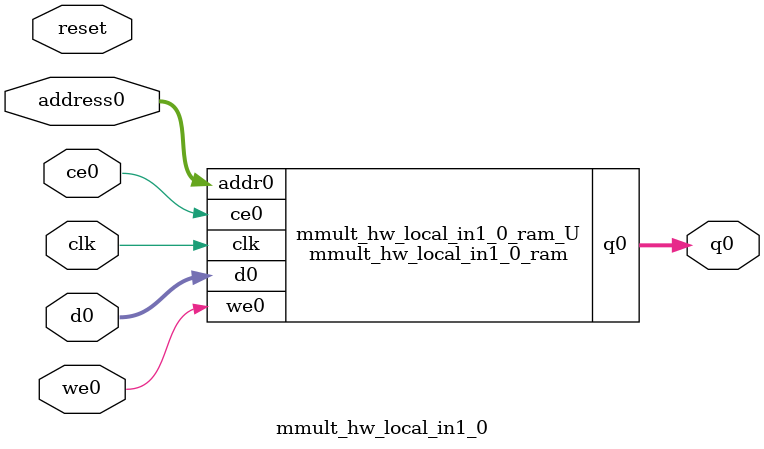
<source format=v>
`timescale 1 ns / 1 ps
module mmult_hw_local_in1_0_ram (addr0, ce0, d0, we0, q0,  clk);

parameter DWIDTH = 32;
parameter AWIDTH = 3;
parameter MEM_SIZE = 8;

input[AWIDTH-1:0] addr0;
input ce0;
input[DWIDTH-1:0] d0;
input we0;
output reg[DWIDTH-1:0] q0;
input clk;

(* ram_style = "distributed" *)reg [DWIDTH-1:0] ram[0:MEM_SIZE-1];




always @(posedge clk)  
begin 
    if (ce0) 
    begin
        if (we0) 
        begin 
            ram[addr0] <= d0; 
        end 
        q0 <= ram[addr0];
    end
end


endmodule

`timescale 1 ns / 1 ps
module mmult_hw_local_in1_0(
    reset,
    clk,
    address0,
    ce0,
    we0,
    d0,
    q0);

parameter DataWidth = 32'd32;
parameter AddressRange = 32'd8;
parameter AddressWidth = 32'd3;
input reset;
input clk;
input[AddressWidth - 1:0] address0;
input ce0;
input we0;
input[DataWidth - 1:0] d0;
output[DataWidth - 1:0] q0;



mmult_hw_local_in1_0_ram mmult_hw_local_in1_0_ram_U(
    .clk( clk ),
    .addr0( address0 ),
    .ce0( ce0 ),
    .we0( we0 ),
    .d0( d0 ),
    .q0( q0 ));

endmodule


</source>
